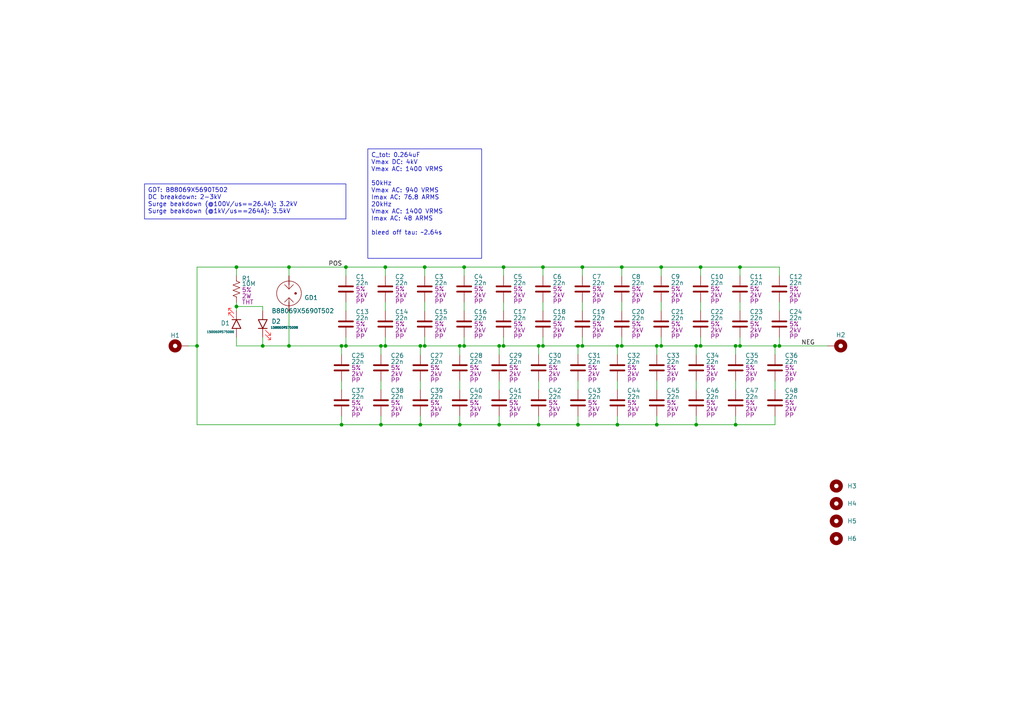
<source format=kicad_sch>
(kicad_sch (version 20250114) (generator "eeschema") (generator_version "9.0")
  (paper "A4")
  (text_box "C_tot: 0.264uF\nVmax DC: 4kV\nVmax AC: 1400 VRMS\n\n50kHz\nVmax AC: 940 VRMS\nImax AC: 76.8 ARMS\n20kHz\nVmax AC: 1400 VRMS\nImax AC: 48 ARMS\n\nbleed off tau: ~2.64s" (at 106.68 43.18 0) (size 33.02 31.75) (margins 0.9525 0.9525 0.9525 0.9525) (effects (font (size 1.27 1.27)) (justify left top)))
  (text_box "GDT: B88069X5690T502\nDC breakdown: 2-3kV\nSurge beakdown (@100V/us==26.4A): 3.2kV\nSurge beakdown (@1kV/us==264A): 3.5kV\n\n" (at 41.91 53.34 0) (size 58.42 10.16) (margins 0.9525 0.9525 0.9525 0.9525) (effects (font (size 1.27 1.27)) (justify left top)))
  (junction (at 100.33 100.33))
  (junction (at 83.82 100.33))
  (junction (at 214.63 100.33))
  (junction (at 144.78 123.19))
  (junction (at 123.19 100.33))
  (junction (at 180.34 100.33))
  (junction (at 68.58 88.9))
  (junction (at 156.21 100.33))
  (junction (at 179.07 100.33))
  (junction (at 213.36 100.33))
  (junction (at 57.15 100.33))
  (junction (at 156.21 123.19))
  (junction (at 157.48 77.47))
  (junction (at 110.49 100.33))
  (junction (at 100.33 77.47))
  (junction (at 144.78 100.33))
  (junction (at 134.62 100.33))
  (junction (at 191.77 100.33))
  (junction (at 99.06 123.19))
  (junction (at 157.48 100.33))
  (junction (at 203.2 77.47))
  (junction (at 111.76 77.47))
  (junction (at 224.79 100.33))
  (junction (at 226.06 100.33))
  (junction (at 190.5 123.19))
  (junction (at 213.36 123.19))
  (junction (at 201.93 123.19))
  (junction (at 146.05 77.47))
  (junction (at 167.64 123.19))
  (junction (at 168.91 100.33))
  (junction (at 83.82 77.47))
  (junction (at 180.34 77.47))
  (junction (at 133.35 100.33))
  (junction (at 214.63 77.47))
  (junction (at 76.2 100.33))
  (junction (at 201.93 100.33))
  (junction (at 167.64 100.33))
  (junction (at 121.92 123.19))
  (junction (at 146.05 100.33))
  (junction (at 133.35 123.19))
  (junction (at 134.62 77.47))
  (junction (at 110.49 123.19))
  (junction (at 190.5 100.33))
  (junction (at 99.06 100.33))
  (junction (at 179.07 123.19))
  (junction (at 68.58 77.47))
  (junction (at 123.19 77.47))
  (junction (at 121.92 100.33))
  (junction (at 168.91 77.47))
  (junction (at 203.2 100.33))
  (junction (at 191.77 77.47))
  (junction (at 111.76 100.33))
  (wire (pts (xy 156.21 123.19) (xy 167.64 123.19)))
  (wire (pts (xy 167.64 123.19) (xy 179.07 123.19)))
  (wire (pts (xy 226.06 100.33) (xy 240.03 100.33)))
  (wire (pts (xy 99.06 120.65) (xy 99.06 123.19)))
  (wire (pts (xy 68.58 88.9) (xy 68.58 90.17)))
  (wire (pts (xy 110.49 110.49) (xy 110.49 113.03)))
  (wire (pts (xy 180.34 87.63) (xy 180.34 90.17)))
  (wire (pts (xy 123.19 77.47) (xy 123.19 80.01)))
  (wire (pts (xy 156.21 100.33) (xy 157.48 100.33)))
  (wire (pts (xy 133.35 120.65) (xy 133.35 123.19)))
  (wire (pts (xy 201.93 120.65) (xy 201.93 123.19)))
  (wire (pts (xy 190.5 100.33) (xy 191.77 100.33)))
  (wire (pts (xy 214.63 87.63) (xy 214.63 90.17)))
  (wire (pts (xy 179.07 100.33) (xy 179.07 102.87)))
  (wire (pts (xy 180.34 97.79) (xy 180.34 100.33)))
  (wire (pts (xy 121.92 100.33) (xy 123.19 100.33)))
  (wire (pts (xy 201.93 100.33) (xy 203.2 100.33)))
  (wire (pts (xy 76.2 88.9) (xy 76.2 90.17)))
  (wire (pts (xy 213.36 120.65) (xy 213.36 123.19)))
  (wire (pts (xy 146.05 77.47) (xy 157.48 77.47)))
  (wire (pts (xy 226.06 80.01) (xy 226.06 77.47)))
  (wire (pts (xy 203.2 100.33) (xy 213.36 100.33)))
  (wire (pts (xy 168.91 97.79) (xy 168.91 100.33)))
  (wire (pts (xy 123.19 100.33) (xy 133.35 100.33)))
  (wire (pts (xy 111.76 97.79) (xy 111.76 100.33)))
  (wire (pts (xy 156.21 120.65) (xy 156.21 123.19)))
  (wire (pts (xy 180.34 77.47) (xy 180.34 80.01)))
  (wire (pts (xy 213.36 110.49) (xy 213.36 113.03)))
  (wire (pts (xy 179.07 110.49) (xy 179.07 113.03)))
  (wire (pts (xy 203.2 80.01) (xy 203.2 77.47)))
  (wire (pts (xy 157.48 87.63) (xy 157.48 90.17)))
  (wire (pts (xy 76.2 100.33) (xy 83.82 100.33)))
  (wire (pts (xy 68.58 97.79) (xy 68.58 100.33)))
  (wire (pts (xy 144.78 100.33) (xy 146.05 100.33)))
  (wire (pts (xy 180.34 77.47) (xy 191.77 77.47)))
  (wire (pts (xy 121.92 110.49) (xy 121.92 113.03)))
  (wire (pts (xy 224.79 100.33) (xy 226.06 100.33)))
  (wire (pts (xy 226.06 97.79) (xy 226.06 100.33)))
  (wire (pts (xy 167.64 100.33) (xy 168.91 100.33)))
  (wire (pts (xy 214.63 100.33) (xy 224.79 100.33)))
  (wire (pts (xy 121.92 120.65) (xy 121.92 123.19)))
  (wire (pts (xy 99.06 123.19) (xy 110.49 123.19)))
  (wire (pts (xy 100.33 100.33) (xy 110.49 100.33)))
  (wire (pts (xy 156.21 100.33) (xy 156.21 102.87)))
  (wire (pts (xy 68.58 100.33) (xy 76.2 100.33)))
  (wire (pts (xy 144.78 123.19) (xy 156.21 123.19)))
  (wire (pts (xy 144.78 120.65) (xy 144.78 123.19)))
  (wire (pts (xy 144.78 100.33) (xy 144.78 102.87)))
  (wire (pts (xy 110.49 100.33) (xy 110.49 102.87)))
  (wire (pts (xy 224.79 120.65) (xy 224.79 123.19)))
  (wire (pts (xy 146.05 100.33) (xy 156.21 100.33)))
  (wire (pts (xy 167.64 120.65) (xy 167.64 123.19)))
  (wire (pts (xy 167.64 110.49) (xy 167.64 113.03)))
  (wire (pts (xy 201.93 110.49) (xy 201.93 113.03)))
  (wire (pts (xy 123.19 97.79) (xy 123.19 100.33)))
  (wire (pts (xy 191.77 97.79) (xy 191.77 100.33)))
  (wire (pts (xy 168.91 100.33) (xy 179.07 100.33)))
  (wire (pts (xy 214.63 77.47) (xy 226.06 77.47)))
  (wire (pts (xy 168.91 77.47) (xy 168.91 80.01)))
  (wire (pts (xy 134.62 77.47) (xy 146.05 77.47)))
  (wire (pts (xy 191.77 77.47) (xy 203.2 77.47)))
  (wire (pts (xy 121.92 123.19) (xy 133.35 123.19)))
  (wire (pts (xy 99.06 110.49) (xy 99.06 113.03)))
  (wire (pts (xy 190.5 100.33) (xy 190.5 102.87)))
  (wire (pts (xy 133.35 110.49) (xy 133.35 113.03)))
  (wire (pts (xy 190.5 123.19) (xy 201.93 123.19)))
  (wire (pts (xy 201.93 123.19) (xy 213.36 123.19)))
  (wire (pts (xy 146.05 97.79) (xy 146.05 100.33)))
  (wire (pts (xy 83.82 77.47) (xy 100.33 77.47)))
  (wire (pts (xy 110.49 100.33) (xy 111.76 100.33)))
  (wire (pts (xy 111.76 77.47) (xy 123.19 77.47)))
  (wire (pts (xy 179.07 120.65) (xy 179.07 123.19)))
  (wire (pts (xy 157.48 77.47) (xy 168.91 77.47)))
  (wire (pts (xy 213.36 100.33) (xy 213.36 102.87)))
  (wire (pts (xy 146.05 77.47) (xy 146.05 80.01)))
  (wire (pts (xy 134.62 77.47) (xy 134.62 80.01)))
  (wire (pts (xy 157.48 77.47) (xy 157.48 80.01)))
  (wire (pts (xy 201.93 100.33) (xy 201.93 102.87)))
  (wire (pts (xy 180.34 100.33) (xy 190.5 100.33)))
  (wire (pts (xy 134.62 100.33) (xy 144.78 100.33)))
  (wire (pts (xy 214.63 77.47) (xy 214.63 80.01)))
  (wire (pts (xy 191.77 77.47) (xy 191.77 80.01)))
  (wire (pts (xy 83.82 100.33) (xy 99.06 100.33)))
  (wire (pts (xy 100.33 87.63) (xy 100.33 90.17)))
  (wire (pts (xy 203.2 77.47) (xy 214.63 77.47)))
  (wire (pts (xy 57.15 123.19) (xy 57.15 100.33)))
  (wire (pts (xy 100.33 97.79) (xy 100.33 100.33)))
  (wire (pts (xy 99.06 123.19) (xy 57.15 123.19)))
  (wire (pts (xy 226.06 87.63) (xy 226.06 90.17)))
  (wire (pts (xy 168.91 77.47) (xy 180.34 77.47)))
  (wire (pts (xy 146.05 87.63) (xy 146.05 90.17)))
  (wire (pts (xy 179.07 100.33) (xy 180.34 100.33)))
  (wire (pts (xy 110.49 123.19) (xy 121.92 123.19)))
  (wire (pts (xy 134.62 97.79) (xy 134.62 100.33)))
  (wire (pts (xy 76.2 97.79) (xy 76.2 100.33)))
  (wire (pts (xy 57.15 77.47) (xy 68.58 77.47)))
  (wire (pts (xy 190.5 120.65) (xy 190.5 123.19)))
  (wire (pts (xy 68.58 88.9) (xy 76.2 88.9)))
  (wire (pts (xy 83.82 77.47) (xy 83.82 80.01)))
  (wire (pts (xy 156.21 110.49) (xy 156.21 113.03)))
  (wire (pts (xy 144.78 110.49) (xy 144.78 113.03)))
  (wire (pts (xy 123.19 77.47) (xy 134.62 77.47)))
  (wire (pts (xy 99.06 100.33) (xy 99.06 102.87)))
  (wire (pts (xy 213.36 123.19) (xy 224.79 123.19)))
  (wire (pts (xy 133.35 100.33) (xy 134.62 100.33)))
  (wire (pts (xy 167.64 100.33) (xy 167.64 102.87)))
  (wire (pts (xy 100.33 77.47) (xy 100.33 80.01)))
  (wire (pts (xy 157.48 97.79) (xy 157.48 100.33)))
  (wire (pts (xy 203.2 87.63) (xy 203.2 90.17)))
  (wire (pts (xy 111.76 87.63) (xy 111.76 90.17)))
  (wire (pts (xy 134.62 87.63) (xy 134.62 90.17)))
  (wire (pts (xy 100.33 77.47) (xy 111.76 77.47)))
  (wire (pts (xy 110.49 120.65) (xy 110.49 123.19)))
  (wire (pts (xy 121.92 100.33) (xy 121.92 102.87)))
  (wire (pts (xy 123.19 87.63) (xy 123.19 90.17)))
  (wire (pts (xy 191.77 100.33) (xy 201.93 100.33)))
  (wire (pts (xy 111.76 100.33) (xy 121.92 100.33)))
  (wire (pts (xy 68.58 77.47) (xy 83.82 77.47)))
  (wire (pts (xy 57.15 100.33) (xy 57.15 77.47)))
  (wire (pts (xy 68.58 77.47) (xy 68.58 80.01)))
  (wire (pts (xy 179.07 123.19) (xy 190.5 123.19)))
  (wire (pts (xy 224.79 100.33) (xy 224.79 102.87)))
  (wire (pts (xy 83.82 90.17) (xy 83.82 100.33)))
  (wire (pts (xy 224.79 110.49) (xy 224.79 113.03)))
  (wire (pts (xy 68.58 87.63) (xy 68.58 88.9)))
  (wire (pts (xy 190.5 110.49) (xy 190.5 113.03)))
  (wire (pts (xy 203.2 97.79) (xy 203.2 100.33)))
  (wire (pts (xy 191.77 87.63) (xy 191.77 90.17)))
  (wire (pts (xy 214.63 97.79) (xy 214.63 100.33)))
  (wire (pts (xy 168.91 87.63) (xy 168.91 90.17)))
  (wire (pts (xy 133.35 123.19) (xy 144.78 123.19)))
  (wire (pts (xy 213.36 100.33) (xy 214.63 100.33)))
  (wire (pts (xy 99.06 100.33) (xy 100.33 100.33)))
  (wire (pts (xy 133.35 100.33) (xy 133.35 102.87)))
  (wire (pts (xy 54.61 100.33) (xy 57.15 100.33)))
  (wire (pts (xy 157.48 100.33) (xy 167.64 100.33)))
  (wire (pts (xy 111.76 77.47) (xy 111.76 80.01)))
  (label "POS" (at 95.25 77.47 0))
  (label "NEG" (at 232.41 100.33 0))
  (symbol (lib_id "peml_passives:R76UN22204040J") (at 156.21 106.68 0) (unit 1)
    (property "Reference" "C30" (at 159.004 103.124 0) (effects (justify left)))
    (property "Value" "22n" (at 159.004 104.902 0) (effects (justify left)))
    (property "Footprint" "peml:C_Rect_L26.5mm_W7.0mm_P22.50mm_R76" (effects (hide yes)))
    (property "Datasheet" "https://content.kemet.com/datasheets/KEM_F3034_R76.pdf" (effects (hide yes)))
    (property "Description" "CAP PP FILM 22nF 2kV 5%" (effects (hide yes)))
    (property "MFN" "KEMET" (effects (hide yes)))
    (property "MPN" "R76UN22204040J" (effects (hide yes)))
    (property "SPN" "399-12621-ND" (effects (hide yes)))
    (property "SPL" "https://www.digikey.com/en/products/detail/kemet/R76UN22204040J/5731112" (effects (hide yes)))
    (property "Tolerance" "5%" (at 159.004 106.68 0) (effects (justify left)))
    (property "Voltage" "2kV" (at 159.004 108.458 0) (effects (justify left)))
    (property "Dielectric" "PP" (at 159.004 110.236 0) (effects (justify left)))
  )
  (symbol (lib_id "peml_passives:R76UN22204040J") (at 224.79 116.84 0) (unit 1)
    (property "Reference" "C48" (at 227.584 113.284 0) (effects (justify left)))
    (property "Value" "22n" (at 227.584 115.062 0) (effects (justify left)))
    (property "Footprint" "peml:C_Rect_L26.5mm_W7.0mm_P22.50mm_R76" (effects (hide yes)))
    (property "Datasheet" "https://content.kemet.com/datasheets/KEM_F3034_R76.pdf" (effects (hide yes)))
    (property "Description" "CAP PP FILM 22nF 2kV 5%" (effects (hide yes)))
    (property "MFN" "KEMET" (effects (hide yes)))
    (property "MPN" "R76UN22204040J" (effects (hide yes)))
    (property "SPN" "399-12621-ND" (effects (hide yes)))
    (property "SPL" "https://www.digikey.com/en/products/detail/kemet/R76UN22204040J/5731112" (effects (hide yes)))
    (property "Tolerance" "5%" (at 227.584 116.84 0) (effects (justify left)))
    (property "Voltage" "2kV" (at 227.584 118.618 0) (effects (justify left)))
    (property "Dielectric" "PP" (at 227.584 120.396 0) (effects (justify left)))
  )
  (symbol (lib_id "peml_passives:R76UN22204040J") (at 123.19 83.82 0) (unit 1)
    (property "Reference" "C3" (at 125.984 80.264 0) (effects (justify left)))
    (property "Value" "22n" (at 125.984 82.042 0) (effects (justify left)))
    (property "Footprint" "peml:C_Rect_L26.5mm_W7.0mm_P22.50mm_R76" (effects (hide yes)))
    (property "Datasheet" "https://content.kemet.com/datasheets/KEM_F3034_R76.pdf" (effects (hide yes)))
    (property "Description" "CAP PP FILM 22nF 2kV 5%" (effects (hide yes)))
    (property "MFN" "KEMET" (effects (hide yes)))
    (property "MPN" "R76UN22204040J" (effects (hide yes)))
    (property "SPN" "399-12621-ND" (effects (hide yes)))
    (property "SPL" "https://www.digikey.com/en/products/detail/kemet/R76UN22204040J/5731112" (effects (hide yes)))
    (property "Tolerance" "5%" (at 125.984 83.82 0) (effects (justify left)))
    (property "Voltage" "2kV" (at 125.984 85.598 0) (effects (justify left)))
    (property "Dielectric" "PP" (at 125.984 87.376 0) (effects (justify left)))
  )
  (symbol (lib_id "peml_passives:ASRM2JA10M0") (at 68.58 83.82 0) (unit 1)
    (property "Reference" "R1" (at 70.104 80.772 0) (effects (justify left)))
    (property "Value" "10M" (at 70.104 82.296 0) (effects (justify left)))
    (property "Footprint" "peml:R_Axial_DIN0516_L15.5mm_D5.0mm_P20.32mm_Horizontal" (effects (hide yes)))
    (property "Datasheet" "https://www.seielect.com/catalog/SEI-ASR_ASRM.pdf" (effects (hide yes)))
    (property "Description" "RES 10M 2W THT 5% 1800ppm/C" (effects (hide yes)))
    (property "MFN" "Stackpole Electronics Inc" (effects (hide yes)))
    (property "MPN" "ASRM2JA10M0" (effects (hide yes)))
    (property "SPN" "738-ASRM2JA10M0CT-ND" (effects (hide yes)))
    (property "SPL" "https://www.digikey.com/en/products/detail/stackpole-electronics-inc/ASRM2JA10M0/22115598" (effects (hide yes)))
    (property "Tolerance" "5%" (at 70.104 84.074 0) (effects (justify left)))
    (property "Power" "2W" (at 70.104 85.852 0) (effects (justify left)))
    (property "Package" "THT" (at 70.104 87.63 0) (effects (justify left)))
    (property "TC" "350ppm/C" (effects (hide yes)))
  )
  (symbol (lib_id "peml_passives:R76UN22204040J") (at 190.5 106.68 0) (unit 1)
    (property "Reference" "C33" (at 193.294 103.124 0) (effects (justify left)))
    (property "Value" "22n" (at 193.294 104.902 0) (effects (justify left)))
    (property "Footprint" "peml:C_Rect_L26.5mm_W7.0mm_P22.50mm_R76" (effects (hide yes)))
    (property "Datasheet" "https://content.kemet.com/datasheets/KEM_F3034_R76.pdf" (effects (hide yes)))
    (property "Description" "CAP PP FILM 22nF 2kV 5%" (effects (hide yes)))
    (property "MFN" "KEMET" (effects (hide yes)))
    (property "MPN" "R76UN22204040J" (effects (hide yes)))
    (property "SPN" "399-12621-ND" (effects (hide yes)))
    (property "SPL" "https://www.digikey.com/en/products/detail/kemet/R76UN22204040J/5731112" (effects (hide yes)))
    (property "Tolerance" "5%" (at 193.294 106.68 0) (effects (justify left)))
    (property "Voltage" "2kV" (at 193.294 108.458 0) (effects (justify left)))
    (property "Dielectric" "PP" (at 193.294 110.236 0) (effects (justify left)))
  )
  (symbol (lib_id "peml_passives:R76UN22204040J") (at 110.49 116.84 0) (unit 1)
    (property "Reference" "C38" (at 113.284 113.284 0) (effects (justify left)))
    (property "Value" "22n" (at 113.284 115.062 0) (effects (justify left)))
    (property "Footprint" "peml:C_Rect_L26.5mm_W7.0mm_P22.50mm_R76" (effects (hide yes)))
    (property "Datasheet" "https://content.kemet.com/datasheets/KEM_F3034_R76.pdf" (effects (hide yes)))
    (property "Description" "CAP PP FILM 22nF 2kV 5%" (effects (hide yes)))
    (property "MFN" "KEMET" (effects (hide yes)))
    (property "MPN" "R76UN22204040J" (effects (hide yes)))
    (property "SPN" "399-12621-ND" (effects (hide yes)))
    (property "SPL" "https://www.digikey.com/en/products/detail/kemet/R76UN22204040J/5731112" (effects (hide yes)))
    (property "Tolerance" "5%" (at 113.284 116.84 0) (effects (justify left)))
    (property "Voltage" "2kV" (at 113.284 118.618 0) (effects (justify left)))
    (property "Dielectric" "PP" (at 113.284 120.396 0) (effects (justify left)))
  )
  (symbol (lib_id "peml:MountingHole_Pad") (at 52.07 100.33 90) (unit 1) (in_bom no)
    (property "Reference" "H1" (at 50.8 97.282 90))
    (property "Value" "MountingHole_Pad" (effects (hide yes)))
    (property "Footprint" "peml:Dual_M5_busbar_conn_24mm" (effects (hide yes)))
    (property "Description" "Mounting Hole with connection" (effects (hide yes)))
  )
  (symbol (lib_id "peml_passives:R76UN22204040J") (at 180.34 93.98 0) (unit 1)
    (property "Reference" "C20" (at 183.134 90.424 0) (effects (justify left)))
    (property "Value" "22n" (at 183.134 92.202 0) (effects (justify left)))
    (property "Footprint" "peml:C_Rect_L26.5mm_W7.0mm_P22.50mm_R76" (effects (hide yes)))
    (property "Datasheet" "https://content.kemet.com/datasheets/KEM_F3034_R76.pdf" (effects (hide yes)))
    (property "Description" "CAP PP FILM 22nF 2kV 5%" (effects (hide yes)))
    (property "MFN" "KEMET" (effects (hide yes)))
    (property "MPN" "R76UN22204040J" (effects (hide yes)))
    (property "SPN" "399-12621-ND" (effects (hide yes)))
    (property "SPL" "https://www.digikey.com/en/products/detail/kemet/R76UN22204040J/5731112" (effects (hide yes)))
    (property "Tolerance" "5%" (at 183.134 93.98 0) (effects (justify left)))
    (property "Voltage" "2kV" (at 183.134 95.758 0) (effects (justify left)))
    (property "Dielectric" "PP" (at 183.134 97.536 0) (effects (justify left)))
  )
  (symbol (lib_id "peml:MountingHole") (at 242.57 156.21 0) (unit 1) (in_bom no)
    (property "Reference" "H6" (at 245.745 156.21 0) (effects (justify left)))
    (property "Value" "MountingHole" (effects (hide yes)))
    (property "Footprint" "peml:MountingHole_4mm" (effects (hide yes)))
    (property "Description" "Mounting Hole without connection" (effects (hide yes)))
  )
  (symbol (lib_id "peml_passives:R76UN22204040J") (at 111.76 93.98 0) (unit 1)
    (property "Reference" "C14" (at 114.554 90.424 0) (effects (justify left)))
    (property "Value" "22n" (at 114.554 92.202 0) (effects (justify left)))
    (property "Footprint" "peml:C_Rect_L26.5mm_W7.0mm_P22.50mm_R76" (effects (hide yes)))
    (property "Datasheet" "https://content.kemet.com/datasheets/KEM_F3034_R76.pdf" (effects (hide yes)))
    (property "Description" "CAP PP FILM 22nF 2kV 5%" (effects (hide yes)))
    (property "MFN" "KEMET" (effects (hide yes)))
    (property "MPN" "R76UN22204040J" (effects (hide yes)))
    (property "SPN" "399-12621-ND" (effects (hide yes)))
    (property "SPL" "https://www.digikey.com/en/products/detail/kemet/R76UN22204040J/5731112" (effects (hide yes)))
    (property "Tolerance" "5%" (at 114.554 93.98 0) (effects (justify left)))
    (property "Voltage" "2kV" (at 114.554 95.758 0) (effects (justify left)))
    (property "Dielectric" "PP" (at 114.554 97.536 0) (effects (justify left)))
  )
  (symbol (lib_id "peml_passives:R76UN22204040J") (at 100.33 93.98 0) (unit 1)
    (property "Reference" "C13" (at 103.124 90.424 0) (effects (justify left)))
    (property "Value" "22n" (at 103.124 92.202 0) (effects (justify left)))
    (property "Footprint" "peml:C_Rect_L26.5mm_W7.0mm_P22.50mm_R76" (effects (hide yes)))
    (property "Datasheet" "https://content.kemet.com/datasheets/KEM_F3034_R76.pdf" (effects (hide yes)))
    (property "Description" "CAP PP FILM 22nF 2kV 5%" (effects (hide yes)))
    (property "MFN" "KEMET" (effects (hide yes)))
    (property "MPN" "R76UN22204040J" (effects (hide yes)))
    (property "SPN" "399-12621-ND" (effects (hide yes)))
    (property "SPL" "https://www.digikey.com/en/products/detail/kemet/R76UN22204040J/5731112" (effects (hide yes)))
    (property "Tolerance" "5%" (at 103.124 93.98 0) (effects (justify left)))
    (property "Voltage" "2kV" (at 103.124 95.758 0) (effects (justify left)))
    (property "Dielectric" "PP" (at 103.124 97.536 0) (effects (justify left)))
  )
  (symbol (lib_id "peml_passives:R76UN22204040J") (at 190.5 116.84 0) (unit 1)
    (property "Reference" "C45" (at 193.294 113.284 0) (effects (justify left)))
    (property "Value" "22n" (at 193.294 115.062 0) (effects (justify left)))
    (property "Footprint" "peml:C_Rect_L26.5mm_W7.0mm_P22.50mm_R76" (effects (hide yes)))
    (property "Datasheet" "https://content.kemet.com/datasheets/KEM_F3034_R76.pdf" (effects (hide yes)))
    (property "Description" "CAP PP FILM 22nF 2kV 5%" (effects (hide yes)))
    (property "MFN" "KEMET" (effects (hide yes)))
    (property "MPN" "R76UN22204040J" (effects (hide yes)))
    (property "SPN" "399-12621-ND" (effects (hide yes)))
    (property "SPL" "https://www.digikey.com/en/products/detail/kemet/R76UN22204040J/5731112" (effects (hide yes)))
    (property "Tolerance" "5%" (at 193.294 116.84 0) (effects (justify left)))
    (property "Voltage" "2kV" (at 193.294 118.618 0) (effects (justify left)))
    (property "Dielectric" "PP" (at 193.294 120.396 0) (effects (justify left)))
  )
  (symbol (lib_id "peml_passives:R76UN22204040J") (at 191.77 83.82 0) (unit 1)
    (property "Reference" "C9" (at 194.564 80.264 0) (effects (justify left)))
    (property "Value" "22n" (at 194.564 82.042 0) (effects (justify left)))
    (property "Footprint" "peml:C_Rect_L26.5mm_W7.0mm_P22.50mm_R76" (effects (hide yes)))
    (property "Datasheet" "https://content.kemet.com/datasheets/KEM_F3034_R76.pdf" (effects (hide yes)))
    (property "Description" "CAP PP FILM 22nF 2kV 5%" (effects (hide yes)))
    (property "MFN" "KEMET" (effects (hide yes)))
    (property "MPN" "R76UN22204040J" (effects (hide yes)))
    (property "SPN" "399-12621-ND" (effects (hide yes)))
    (property "SPL" "https://www.digikey.com/en/products/detail/kemet/R76UN22204040J/5731112" (effects (hide yes)))
    (property "Tolerance" "5%" (at 194.564 83.82 0) (effects (justify left)))
    (property "Voltage" "2kV" (at 194.564 85.598 0) (effects (justify left)))
    (property "Dielectric" "PP" (at 194.564 87.376 0) (effects (justify left)))
  )
  (symbol (lib_id "peml_passives:R76UN22204040J") (at 133.35 106.68 0) (unit 1)
    (property "Reference" "C28" (at 136.144 103.124 0) (effects (justify left)))
    (property "Value" "22n" (at 136.144 104.902 0) (effects (justify left)))
    (property "Footprint" "peml:C_Rect_L26.5mm_W7.0mm_P22.50mm_R76" (effects (hide yes)))
    (property "Datasheet" "https://content.kemet.com/datasheets/KEM_F3034_R76.pdf" (effects (hide yes)))
    (property "Description" "CAP PP FILM 22nF 2kV 5%" (effects (hide yes)))
    (property "MFN" "KEMET" (effects (hide yes)))
    (property "MPN" "R76UN22204040J" (effects (hide yes)))
    (property "SPN" "399-12621-ND" (effects (hide yes)))
    (property "SPL" "https://www.digikey.com/en/products/detail/kemet/R76UN22204040J/5731112" (effects (hide yes)))
    (property "Tolerance" "5%" (at 136.144 106.68 0) (effects (justify left)))
    (property "Voltage" "2kV" (at 136.144 108.458 0) (effects (justify left)))
    (property "Dielectric" "PP" (at 136.144 110.236 0) (effects (justify left)))
  )
  (symbol (lib_id "peml_passives:R76UN22204040J") (at 146.05 83.82 0) (unit 1)
    (property "Reference" "C5" (at 148.844 80.264 0) (effects (justify left)))
    (property "Value" "22n" (at 148.844 82.042 0) (effects (justify left)))
    (property "Footprint" "peml:C_Rect_L26.5mm_W7.0mm_P22.50mm_R76" (effects (hide yes)))
    (property "Datasheet" "https://content.kemet.com/datasheets/KEM_F3034_R76.pdf" (effects (hide yes)))
    (property "Description" "CAP PP FILM 22nF 2kV 5%" (effects (hide yes)))
    (property "MFN" "KEMET" (effects (hide yes)))
    (property "MPN" "R76UN22204040J" (effects (hide yes)))
    (property "SPN" "399-12621-ND" (effects (hide yes)))
    (property "SPL" "https://www.digikey.com/en/products/detail/kemet/R76UN22204040J/5731112" (effects (hide yes)))
    (property "Tolerance" "5%" (at 148.844 83.82 0) (effects (justify left)))
    (property "Voltage" "2kV" (at 148.844 85.598 0) (effects (justify left)))
    (property "Dielectric" "PP" (at 148.844 87.376 0) (effects (justify left)))
  )
  (symbol (lib_id "peml_passives:R76UN22204040J") (at 144.78 106.68 0) (unit 1)
    (property "Reference" "C29" (at 147.574 103.124 0) (effects (justify left)))
    (property "Value" "22n" (at 147.574 104.902 0) (effects (justify left)))
    (property "Footprint" "peml:C_Rect_L26.5mm_W7.0mm_P22.50mm_R76" (effects (hide yes)))
    (property "Datasheet" "https://content.kemet.com/datasheets/KEM_F3034_R76.pdf" (effects (hide yes)))
    (property "Description" "CAP PP FILM 22nF 2kV 5%" (effects (hide yes)))
    (property "MFN" "KEMET" (effects (hide yes)))
    (property "MPN" "R76UN22204040J" (effects (hide yes)))
    (property "SPN" "399-12621-ND" (effects (hide yes)))
    (property "SPL" "https://www.digikey.com/en/products/detail/kemet/R76UN22204040J/5731112" (effects (hide yes)))
    (property "Tolerance" "5%" (at 147.574 106.68 0) (effects (justify left)))
    (property "Voltage" "2kV" (at 147.574 108.458 0) (effects (justify left)))
    (property "Dielectric" "PP" (at 147.574 110.236 0) (effects (justify left)))
  )
  (symbol (lib_id "peml:MountingHole") (at 242.57 146.05 0) (unit 1) (in_bom no)
    (property "Reference" "H4" (at 245.745 146.05 0) (effects (justify left)))
    (property "Value" "MountingHole" (effects (hide yes)))
    (property "Footprint" "peml:MountingHole_4mm" (effects (hide yes)))
    (property "Description" "Mounting Hole without connection" (effects (hide yes)))
  )
  (symbol (lib_id "peml_passives:R76UN22204040J") (at 180.34 83.82 0) (unit 1)
    (property "Reference" "C8" (at 183.134 80.264 0) (effects (justify left)))
    (property "Value" "22n" (at 183.134 82.042 0) (effects (justify left)))
    (property "Footprint" "peml:C_Rect_L26.5mm_W7.0mm_P22.50mm_R76" (effects (hide yes)))
    (property "Datasheet" "https://content.kemet.com/datasheets/KEM_F3034_R76.pdf" (effects (hide yes)))
    (property "Description" "CAP PP FILM 22nF 2kV 5%" (effects (hide yes)))
    (property "MFN" "KEMET" (effects (hide yes)))
    (property "MPN" "R76UN22204040J" (effects (hide yes)))
    (property "SPN" "399-12621-ND" (effects (hide yes)))
    (property "SPL" "https://www.digikey.com/en/products/detail/kemet/R76UN22204040J/5731112" (effects (hide yes)))
    (property "Tolerance" "5%" (at 183.134 83.82 0) (effects (justify left)))
    (property "Voltage" "2kV" (at 183.134 85.598 0) (effects (justify left)))
    (property "Dielectric" "PP" (at 183.134 87.376 0) (effects (justify left)))
  )
  (symbol (lib_id "peml_passives:R76UN22204040J") (at 121.92 106.68 0) (unit 1)
    (property "Reference" "C27" (at 124.714 103.124 0) (effects (justify left)))
    (property "Value" "22n" (at 124.714 104.902 0) (effects (justify left)))
    (property "Footprint" "peml:C_Rect_L26.5mm_W7.0mm_P22.50mm_R76" (effects (hide yes)))
    (property "Datasheet" "https://content.kemet.com/datasheets/KEM_F3034_R76.pdf" (effects (hide yes)))
    (property "Description" "CAP PP FILM 22nF 2kV 5%" (effects (hide yes)))
    (property "MFN" "KEMET" (effects (hide yes)))
    (property "MPN" "R76UN22204040J" (effects (hide yes)))
    (property "SPN" "399-12621-ND" (effects (hide yes)))
    (property "SPL" "https://www.digikey.com/en/products/detail/kemet/R76UN22204040J/5731112" (effects (hide yes)))
    (property "Tolerance" "5%" (at 124.714 106.68 0) (effects (justify left)))
    (property "Voltage" "2kV" (at 124.714 108.458 0) (effects (justify left)))
    (property "Dielectric" "PP" (at 124.714 110.236 0) (effects (justify left)))
  )
  (symbol (lib_id "peml:150060RS75000") (at 76.2 93.98 90) (unit 1)
    (property "Reference" "D2" (at 78.74 93.218 90) (effects (justify right)))
    (property "Value" "150060RS75000" (at 78.486 94.996 90) (effects (font (size 0.635 0.635)) (justify right)))
    (property "Footprint" "peml:LED_0603_1608Metric" (effects (hide yes)))
    (property "Datasheet" "https://www.we-online.com/components/products/datasheet/150060RS75000.pdf" (effects (hide yes)))
    (property "Description" "Red 625nm LED Indication - Discrete 2V 0603 (1608 Metric)" (effects (hide yes)))
    (property "MFN" "Wurth Elektronik " (effects (hide yes)))
    (property "MPN" "150060RS75000 " (effects (hide yes)))
    (property "SPN" "732-4978-1-ND " (effects (hide yes)))
    (property "SPL" "https://www.digikey.com/en/products/detail/w%C3%BCrth-elektronik/150060RS75000/4489901 " (effects (hide yes)))
    (property "Package" "0603 " (effects (hide yes)))
    (property "JLCPCB" "C3030991" (effects (hide yes)))
  )
  (symbol (lib_id "peml_passives:R76UN22204040J") (at 157.48 93.98 0) (unit 1)
    (property "Reference" "C18" (at 160.274 90.424 0) (effects (justify left)))
    (property "Value" "22n" (at 160.274 92.202 0) (effects (justify left)))
    (property "Footprint" "peml:C_Rect_L26.5mm_W7.0mm_P22.50mm_R76" (effects (hide yes)))
    (property "Datasheet" "https://content.kemet.com/datasheets/KEM_F3034_R76.pdf" (effects (hide yes)))
    (property "Description" "CAP PP FILM 22nF 2kV 5%" (effects (hide yes)))
    (property "MFN" "KEMET" (effects (hide yes)))
    (property "MPN" "R76UN22204040J" (effects (hide yes)))
    (property "SPN" "399-12621-ND" (effects (hide yes)))
    (property "SPL" "https://www.digikey.com/en/products/detail/kemet/R76UN22204040J/5731112" (effects (hide yes)))
    (property "Tolerance" "5%" (at 160.274 93.98 0) (effects (justify left)))
    (property "Voltage" "2kV" (at 160.274 95.758 0) (effects (justify left)))
    (property "Dielectric" "PP" (at 160.274 97.536 0) (effects (justify left)))
  )
  (symbol (lib_id "peml_passives:R76UN22204040J") (at 203.2 83.82 0) (unit 1)
    (property "Reference" "C10" (at 205.994 80.264 0) (effects (justify left)))
    (property "Value" "22n" (at 205.994 82.042 0) (effects (justify left)))
    (property "Footprint" "peml:C_Rect_L26.5mm_W7.0mm_P22.50mm_R76" (effects (hide yes)))
    (property "Datasheet" "https://content.kemet.com/datasheets/KEM_F3034_R76.pdf" (effects (hide yes)))
    (property "Description" "CAP PP FILM 22nF 2kV 5%" (effects (hide yes)))
    (property "MFN" "KEMET" (effects (hide yes)))
    (property "MPN" "R76UN22204040J" (effects (hide yes)))
    (property "SPN" "399-12621-ND" (effects (hide yes)))
    (property "SPL" "https://www.digikey.com/en/products/detail/kemet/R76UN22204040J/5731112" (effects (hide yes)))
    (property "Tolerance" "5%" (at 205.994 83.82 0) (effects (justify left)))
    (property "Voltage" "2kV" (at 205.994 85.598 0) (effects (justify left)))
    (property "Dielectric" "PP" (at 205.994 87.376 0) (effects (justify left)))
  )
  (symbol (lib_id "peml_passives:R76UN22204040J") (at 111.76 83.82 0) (unit 1)
    (property "Reference" "C2" (at 114.554 80.264 0) (effects (justify left)))
    (property "Value" "22n" (at 114.554 82.042 0) (effects (justify left)))
    (property "Footprint" "peml:C_Rect_L26.5mm_W7.0mm_P22.50mm_R76" (effects (hide yes)))
    (property "Datasheet" "https://content.kemet.com/datasheets/KEM_F3034_R76.pdf" (effects (hide yes)))
    (property "Description" "CAP PP FILM 22nF 2kV 5%" (effects (hide yes)))
    (property "MFN" "KEMET" (effects (hide yes)))
    (property "MPN" "R76UN22204040J" (effects (hide yes)))
    (property "SPN" "399-12621-ND" (effects (hide yes)))
    (property "SPL" "https://www.digikey.com/en/products/detail/kemet/R76UN22204040J/5731112" (effects (hide yes)))
    (property "Tolerance" "5%" (at 114.554 83.82 0) (effects (justify left)))
    (property "Voltage" "2kV" (at 114.554 85.598 0) (effects (justify left)))
    (property "Dielectric" "PP" (at 114.554 87.376 0) (effects (justify left)))
  )
  (symbol (lib_id "peml_passives:R76UN22204040J") (at 191.77 93.98 0) (unit 1)
    (property "Reference" "C21" (at 194.564 90.424 0) (effects (justify left)))
    (property "Value" "22n" (at 194.564 92.202 0) (effects (justify left)))
    (property "Footprint" "peml:C_Rect_L26.5mm_W7.0mm_P22.50mm_R76" (effects (hide yes)))
    (property "Datasheet" "https://content.kemet.com/datasheets/KEM_F3034_R76.pdf" (effects (hide yes)))
    (property "Description" "CAP PP FILM 22nF 2kV 5%" (effects (hide yes)))
    (property "MFN" "KEMET" (effects (hide yes)))
    (property "MPN" "R76UN22204040J" (effects (hide yes)))
    (property "SPN" "399-12621-ND" (effects (hide yes)))
    (property "SPL" "https://www.digikey.com/en/products/detail/kemet/R76UN22204040J/5731112" (effects (hide yes)))
    (property "Tolerance" "5%" (at 194.564 93.98 0) (effects (justify left)))
    (property "Voltage" "2kV" (at 194.564 95.758 0) (effects (justify left)))
    (property "Dielectric" "PP" (at 194.564 97.536 0) (effects (justify left)))
  )
  (symbol (lib_id "peml_passives:R76UN22204040J") (at 99.06 116.84 0) (unit 1)
    (property "Reference" "C37" (at 101.854 113.284 0) (effects (justify left)))
    (property "Value" "22n" (at 101.854 115.062 0) (effects (justify left)))
    (property "Footprint" "peml:C_Rect_L26.5mm_W7.0mm_P22.50mm_R76" (effects (hide yes)))
    (property "Datasheet" "https://content.kemet.com/datasheets/KEM_F3034_R76.pdf" (effects (hide yes)))
    (property "Description" "CAP PP FILM 22nF 2kV 5%" (effects (hide yes)))
    (property "MFN" "KEMET" (effects (hide yes)))
    (property "MPN" "R76UN22204040J" (effects (hide yes)))
    (property "SPN" "399-12621-ND" (effects (hide yes)))
    (property "SPL" "https://www.digikey.com/en/products/detail/kemet/R76UN22204040J/5731112" (effects (hide yes)))
    (property "Tolerance" "5%" (at 101.854 116.84 0) (effects (justify left)))
    (property "Voltage" "2kV" (at 101.854 118.618 0) (effects (justify left)))
    (property "Dielectric" "PP" (at 101.854 120.396 0) (effects (justify left)))
  )
  (symbol (lib_id "peml:150060RS75000") (at 68.58 93.98 270) (unit 1)
    (property "Reference" "D1" (at 64.008 93.726 90) (effects (justify left)))
    (property "Value" "150060RS75000" (at 59.944 96.266 90) (effects (font (size 0.635 0.635)) (justify left)))
    (property "Footprint" "peml:LED_0603_1608Metric" (effects (hide yes)))
    (property "Datasheet" "https://www.we-online.com/components/products/datasheet/150060RS75000.pdf" (effects (hide yes)))
    (property "Description" "Red 625nm LED Indication - Discrete 2V 0603 (1608 Metric)" (effects (hide yes)))
    (property "MFN" "Wurth Elektronik " (effects (hide yes)))
    (property "MPN" "150060RS75000 " (effects (hide yes)))
    (property "SPN" "732-4978-1-ND " (effects (hide yes)))
    (property "SPL" "https://www.digikey.com/en/products/detail/w%C3%BCrth-elektronik/150060RS75000/4489901 " (effects (hide yes)))
    (property "Package" "0603 " (effects (hide yes)))
    (property "JLCPCB" "C3030991" (effects (hide yes)))
  )
  (symbol (lib_id "peml_passives:R76UN22204040J") (at 179.07 116.84 0) (unit 1)
    (property "Reference" "C44" (at 181.864 113.284 0) (effects (justify left)))
    (property "Value" "22n" (at 181.864 115.062 0) (effects (justify left)))
    (property "Footprint" "peml:C_Rect_L26.5mm_W7.0mm_P22.50mm_R76" (effects (hide yes)))
    (property "Datasheet" "https://content.kemet.com/datasheets/KEM_F3034_R76.pdf" (effects (hide yes)))
    (property "Description" "CAP PP FILM 22nF 2kV 5%" (effects (hide yes)))
    (property "MFN" "KEMET" (effects (hide yes)))
    (property "MPN" "R76UN22204040J" (effects (hide yes)))
    (property "SPN" "399-12621-ND" (effects (hide yes)))
    (property "SPL" "https://www.digikey.com/en/products/detail/kemet/R76UN22204040J/5731112" (effects (hide yes)))
    (property "Tolerance" "5%" (at 181.864 116.84 0) (effects (justify left)))
    (property "Voltage" "2kV" (at 181.864 118.618 0) (effects (justify left)))
    (property "Dielectric" "PP" (at 181.864 120.396 0) (effects (justify left)))
  )
  (symbol (lib_id "peml_passives:R76UN22204040J") (at 156.21 116.84 0) (unit 1)
    (property "Reference" "C42" (at 159.004 113.284 0) (effects (justify left)))
    (property "Value" "22n" (at 159.004 115.062 0) (effects (justify left)))
    (property "Footprint" "peml:C_Rect_L26.5mm_W7.0mm_P22.50mm_R76" (effects (hide yes)))
    (property "Datasheet" "https://content.kemet.com/datasheets/KEM_F3034_R76.pdf" (effects (hide yes)))
    (property "Description" "CAP PP FILM 22nF 2kV 5%" (effects (hide yes)))
    (property "MFN" "KEMET" (effects (hide yes)))
    (property "MPN" "R76UN22204040J" (effects (hide yes)))
    (property "SPN" "399-12621-ND" (effects (hide yes)))
    (property "SPL" "https://www.digikey.com/en/products/detail/kemet/R76UN22204040J/5731112" (effects (hide yes)))
    (property "Tolerance" "5%" (at 159.004 116.84 0) (effects (justify left)))
    (property "Voltage" "2kV" (at 159.004 118.618 0) (effects (justify left)))
    (property "Dielectric" "PP" (at 159.004 120.396 0) (effects (justify left)))
  )
  (symbol (lib_id "peml_passives:R76UN22204040J") (at 121.92 116.84 0) (unit 1)
    (property "Reference" "C39" (at 124.714 113.284 0) (effects (justify left)))
    (property "Value" "22n" (at 124.714 115.062 0) (effects (justify left)))
    (property "Footprint" "peml:C_Rect_L26.5mm_W7.0mm_P22.50mm_R76" (effects (hide yes)))
    (property "Datasheet" "https://content.kemet.com/datasheets/KEM_F3034_R76.pdf" (effects (hide yes)))
    (property "Description" "CAP PP FILM 22nF 2kV 5%" (effects (hide yes)))
    (property "MFN" "KEMET" (effects (hide yes)))
    (property "MPN" "R76UN22204040J" (effects (hide yes)))
    (property "SPN" "399-12621-ND" (effects (hide yes)))
    (property "SPL" "https://www.digikey.com/en/products/detail/kemet/R76UN22204040J/5731112" (effects (hide yes)))
    (property "Tolerance" "5%" (at 124.714 116.84 0) (effects (justify left)))
    (property "Voltage" "2kV" (at 124.714 118.618 0) (effects (justify left)))
    (property "Dielectric" "PP" (at 124.714 120.396 0) (effects (justify left)))
  )
  (symbol (lib_id "peml_passives:R76UN22204040J") (at 168.91 83.82 0) (unit 1)
    (property "Reference" "C7" (at 171.704 80.264 0) (effects (justify left)))
    (property "Value" "22n" (at 171.704 82.042 0) (effects (justify left)))
    (property "Footprint" "peml:C_Rect_L26.5mm_W7.0mm_P22.50mm_R76" (effects (hide yes)))
    (property "Datasheet" "https://content.kemet.com/datasheets/KEM_F3034_R76.pdf" (effects (hide yes)))
    (property "Description" "CAP PP FILM 22nF 2kV 5%" (effects (hide yes)))
    (property "MFN" "KEMET" (effects (hide yes)))
    (property "MPN" "R76UN22204040J" (effects (hide yes)))
    (property "SPN" "399-12621-ND" (effects (hide yes)))
    (property "SPL" "https://www.digikey.com/en/products/detail/kemet/R76UN22204040J/5731112" (effects (hide yes)))
    (property "Tolerance" "5%" (at 171.704 83.82 0) (effects (justify left)))
    (property "Voltage" "2kV" (at 171.704 85.598 0) (effects (justify left)))
    (property "Dielectric" "PP" (at 171.704 87.376 0) (effects (justify left)))
  )
  (symbol (lib_id "peml_passives:R76UN22204040J") (at 100.33 83.82 0) (unit 1)
    (property "Reference" "C1" (at 103.124 80.264 0) (effects (justify left)))
    (property "Value" "22n" (at 103.124 82.042 0) (effects (justify left)))
    (property "Footprint" "peml:C_Rect_L26.5mm_W7.0mm_P22.50mm_R76" (effects (hide yes)))
    (property "Datasheet" "https://content.kemet.com/datasheets/KEM_F3034_R76.pdf" (effects (hide yes)))
    (property "Description" "CAP PP FILM 22nF 2kV 5%" (effects (hide yes)))
    (property "MFN" "KEMET" (effects (hide yes)))
    (property "MPN" "R76UN22204040J" (effects (hide yes)))
    (property "SPN" "399-12621-ND" (effects (hide yes)))
    (property "SPL" "https://www.digikey.com/en/products/detail/kemet/R76UN22204040J/5731112" (effects (hide yes)))
    (property "Tolerance" "5%" (at 103.124 83.82 0) (effects (justify left)))
    (property "Voltage" "2kV" (at 103.124 85.598 0) (effects (justify left)))
    (property "Dielectric" "PP" (at 103.124 87.376 0) (effects (justify left)))
  )
  (symbol (lib_id "peml_passives:R76UN22204040J") (at 203.2 93.98 0) (unit 1)
    (property "Reference" "C22" (at 205.994 90.424 0) (effects (justify left)))
    (property "Value" "22n" (at 205.994 92.202 0) (effects (justify left)))
    (property "Footprint" "peml:C_Rect_L26.5mm_W7.0mm_P22.50mm_R76" (effects (hide yes)))
    (property "Datasheet" "https://content.kemet.com/datasheets/KEM_F3034_R76.pdf" (effects (hide yes)))
    (property "Description" "CAP PP FILM 22nF 2kV 5%" (effects (hide yes)))
    (property "MFN" "KEMET" (effects (hide yes)))
    (property "MPN" "R76UN22204040J" (effects (hide yes)))
    (property "SPN" "399-12621-ND" (effects (hide yes)))
    (property "SPL" "https://www.digikey.com/en/products/detail/kemet/R76UN22204040J/5731112" (effects (hide yes)))
    (property "Tolerance" "5%" (at 205.994 93.98 0) (effects (justify left)))
    (property "Voltage" "2kV" (at 205.994 95.758 0) (effects (justify left)))
    (property "Dielectric" "PP" (at 205.994 97.536 0) (effects (justify left)))
  )
  (symbol (lib_id "peml:B88069X5690T502") (at 83.82 85.09 0) (unit 1)
    (property "Reference" "GD1" (at 88.265 86.36 0) (effects (justify left)))
    (property "Value" "B88069X5690T502" (at 78.74 90.17 0) (effects (justify left)))
    (property "Footprint" "peml:B88069X5690T502" (effects (hide yes)))
    (property "Datasheet" "https://www.tdk-electronics.tdk.com/inf/100/ds/EF2500X-X5690xxxx.pdf" (effects (hide yes)))
    (property "Description" "Gas Discharge Tube 2500 V 2500A (2.5kA) ±20% 2 Pole Through Hole" (effects (hide yes)))
  )
  (symbol (lib_id "peml_passives:R76UN22204040J") (at 133.35 116.84 0) (unit 1)
    (property "Reference" "C40" (at 136.144 113.284 0) (effects (justify left)))
    (property "Value" "22n" (at 136.144 115.062 0) (effects (justify left)))
    (property "Footprint" "peml:C_Rect_L26.5mm_W7.0mm_P22.50mm_R76" (effects (hide yes)))
    (property "Datasheet" "https://content.kemet.com/datasheets/KEM_F3034_R76.pdf" (effects (hide yes)))
    (property "Description" "CAP PP FILM 22nF 2kV 5%" (effects (hide yes)))
    (property "MFN" "KEMET" (effects (hide yes)))
    (property "MPN" "R76UN22204040J" (effects (hide yes)))
    (property "SPN" "399-12621-ND" (effects (hide yes)))
    (property "SPL" "https://www.digikey.com/en/products/detail/kemet/R76UN22204040J/5731112" (effects (hide yes)))
    (property "Tolerance" "5%" (at 136.144 116.84 0) (effects (justify left)))
    (property "Voltage" "2kV" (at 136.144 118.618 0) (effects (justify left)))
    (property "Dielectric" "PP" (at 136.144 120.396 0) (effects (justify left)))
  )
  (symbol (lib_id "peml:MountingHole") (at 242.57 140.97 0) (unit 1) (in_bom no)
    (property "Reference" "H3" (at 245.745 140.97 0) (effects (justify left)))
    (property "Value" "MountingHole" (effects (hide yes)))
    (property "Footprint" "peml:MountingHole_4mm" (effects (hide yes)))
    (property "Description" "Mounting Hole without connection" (effects (hide yes)))
  )
  (symbol (lib_id "peml_passives:R76UN22204040J") (at 167.64 116.84 0) (unit 1)
    (property "Reference" "C43" (at 170.434 113.284 0) (effects (justify left)))
    (property "Value" "22n" (at 170.434 115.062 0) (effects (justify left)))
    (property "Footprint" "peml:C_Rect_L26.5mm_W7.0mm_P22.50mm_R76" (effects (hide yes)))
    (property "Datasheet" "https://content.kemet.com/datasheets/KEM_F3034_R76.pdf" (effects (hide yes)))
    (property "Description" "CAP PP FILM 22nF 2kV 5%" (effects (hide yes)))
    (property "MFN" "KEMET" (effects (hide yes)))
    (property "MPN" "R76UN22204040J" (effects (hide yes)))
    (property "SPN" "399-12621-ND" (effects (hide yes)))
    (property "SPL" "https://www.digikey.com/en/products/detail/kemet/R76UN22204040J/5731112" (effects (hide yes)))
    (property "Tolerance" "5%" (at 170.434 116.84 0) (effects (justify left)))
    (property "Voltage" "2kV" (at 170.434 118.618 0) (effects (justify left)))
    (property "Dielectric" "PP" (at 170.434 120.396 0) (effects (justify left)))
  )
  (symbol (lib_id "peml_passives:R76UN22204040J") (at 168.91 93.98 0) (unit 1)
    (property "Reference" "C19" (at 171.704 90.424 0) (effects (justify left)))
    (property "Value" "22n" (at 171.704 92.202 0) (effects (justify left)))
    (property "Footprint" "peml:C_Rect_L26.5mm_W7.0mm_P22.50mm_R76" (effects (hide yes)))
    (property "Datasheet" "https://content.kemet.com/datasheets/KEM_F3034_R76.pdf" (effects (hide yes)))
    (property "Description" "CAP PP FILM 22nF 2kV 5%" (effects (hide yes)))
    (property "MFN" "KEMET" (effects (hide yes)))
    (property "MPN" "R76UN22204040J" (effects (hide yes)))
    (property "SPN" "399-12621-ND" (effects (hide yes)))
    (property "SPL" "https://www.digikey.com/en/products/detail/kemet/R76UN22204040J/5731112" (effects (hide yes)))
    (property "Tolerance" "5%" (at 171.704 93.98 0) (effects (justify left)))
    (property "Voltage" "2kV" (at 171.704 95.758 0) (effects (justify left)))
    (property "Dielectric" "PP" (at 171.704 97.536 0) (effects (justify left)))
  )
  (symbol (lib_id "peml:MountingHole_Pad") (at 242.57 100.33 270) (unit 1) (in_bom no)
    (property "Reference" "H2" (at 243.84 97.155 90))
    (property "Value" "MountingHole_Pad" (effects (hide yes)))
    (property "Footprint" "peml:Dual_M5_busbar_conn_24mm" (effects (hide yes)))
    (property "Description" "Mounting Hole with connection" (effects (hide yes)))
  )
  (symbol (lib_id "peml_passives:R76UN22204040J") (at 134.62 93.98 0) (unit 1)
    (property "Reference" "C16" (at 137.414 90.424 0) (effects (justify left)))
    (property "Value" "22n" (at 137.414 92.202 0) (effects (justify left)))
    (property "Footprint" "peml:C_Rect_L26.5mm_W7.0mm_P22.50mm_R76" (effects (hide yes)))
    (property "Datasheet" "https://content.kemet.com/datasheets/KEM_F3034_R76.pdf" (effects (hide yes)))
    (property "Description" "CAP PP FILM 22nF 2kV 5%" (effects (hide yes)))
    (property "MFN" "KEMET" (effects (hide yes)))
    (property "MPN" "R76UN22204040J" (effects (hide yes)))
    (property "SPN" "399-12621-ND" (effects (hide yes)))
    (property "SPL" "https://www.digikey.com/en/products/detail/kemet/R76UN22204040J/5731112" (effects (hide yes)))
    (property "Tolerance" "5%" (at 137.414 93.98 0) (effects (justify left)))
    (property "Voltage" "2kV" (at 137.414 95.758 0) (effects (justify left)))
    (property "Dielectric" "PP" (at 137.414 97.536 0) (effects (justify left)))
  )
  (symbol (lib_id "peml_passives:R76UN22204040J") (at 123.19 93.98 0) (unit 1)
    (property "Reference" "C15" (at 125.984 90.424 0) (effects (justify left)))
    (property "Value" "22n" (at 125.984 92.202 0) (effects (justify left)))
    (property "Footprint" "peml:C_Rect_L26.5mm_W7.0mm_P22.50mm_R76" (effects (hide yes)))
    (property "Datasheet" "https://content.kemet.com/datasheets/KEM_F3034_R76.pdf" (effects (hide yes)))
    (property "Description" "CAP PP FILM 22nF 2kV 5%" (effects (hide yes)))
    (property "MFN" "KEMET" (effects (hide yes)))
    (property "MPN" "R76UN22204040J" (effects (hide yes)))
    (property "SPN" "399-12621-ND" (effects (hide yes)))
    (property "SPL" "https://www.digikey.com/en/products/detail/kemet/R76UN22204040J/5731112" (effects (hide yes)))
    (property "Tolerance" "5%" (at 125.984 93.98 0) (effects (justify left)))
    (property "Voltage" "2kV" (at 125.984 95.758 0) (effects (justify left)))
    (property "Dielectric" "PP" (at 125.984 97.536 0) (effects (justify left)))
  )
  (symbol (lib_id "peml_passives:R76UN22204040J") (at 224.79 106.68 0) (unit 1)
    (property "Reference" "C36" (at 227.584 103.124 0) (effects (justify left)))
    (property "Value" "22n" (at 227.584 104.902 0) (effects (justify left)))
    (property "Footprint" "peml:C_Rect_L26.5mm_W7.0mm_P22.50mm_R76" (effects (hide yes)))
    (property "Datasheet" "https://content.kemet.com/datasheets/KEM_F3034_R76.pdf" (effects (hide yes)))
    (property "Description" "CAP PP FILM 22nF 2kV 5%" (effects (hide yes)))
    (property "MFN" "KEMET" (effects (hide yes)))
    (property "MPN" "R76UN22204040J" (effects (hide yes)))
    (property "SPN" "399-12621-ND" (effects (hide yes)))
    (property "SPL" "https://www.digikey.com/en/products/detail/kemet/R76UN22204040J/5731112" (effects (hide yes)))
    (property "Tolerance" "5%" (at 227.584 106.68 0) (effects (justify left)))
    (property "Voltage" "2kV" (at 227.584 108.458 0) (effects (justify left)))
    (property "Dielectric" "PP" (at 227.584 110.236 0) (effects (justify left)))
  )
  (symbol (lib_id "peml_passives:R76UN22204040J") (at 179.07 106.68 0) (unit 1)
    (property "Reference" "C32" (at 181.864 103.124 0) (effects (justify left)))
    (property "Value" "22n" (at 181.864 104.902 0) (effects (justify left)))
    (property "Footprint" "peml:C_Rect_L26.5mm_W7.0mm_P22.50mm_R76" (effects (hide yes)))
    (property "Datasheet" "https://content.kemet.com/datasheets/KEM_F3034_R76.pdf" (effects (hide yes)))
    (property "Description" "CAP PP FILM 22nF 2kV 5%" (effects (hide yes)))
    (property "MFN" "KEMET" (effects (hide yes)))
    (property "MPN" "R76UN22204040J" (effects (hide yes)))
    (property "SPN" "399-12621-ND" (effects (hide yes)))
    (property "SPL" "https://www.digikey.com/en/products/detail/kemet/R76UN22204040J/5731112" (effects (hide yes)))
    (property "Tolerance" "5%" (at 181.864 106.68 0) (effects (justify left)))
    (property "Voltage" "2kV" (at 181.864 108.458 0) (effects (justify left)))
    (property "Dielectric" "PP" (at 181.864 110.236 0) (effects (justify left)))
  )
  (symbol (lib_id "peml_passives:R76UN22204040J") (at 110.49 106.68 0) (unit 1)
    (property "Reference" "C26" (at 113.284 103.124 0) (effects (justify left)))
    (property "Value" "22n" (at 113.284 104.902 0) (effects (justify left)))
    (property "Footprint" "peml:C_Rect_L26.5mm_W7.0mm_P22.50mm_R76" (effects (hide yes)))
    (property "Datasheet" "https://content.kemet.com/datasheets/KEM_F3034_R76.pdf" (effects (hide yes)))
    (property "Description" "CAP PP FILM 22nF 2kV 5%" (effects (hide yes)))
    (property "MFN" "KEMET" (effects (hide yes)))
    (property "MPN" "R76UN22204040J" (effects (hide yes)))
    (property "SPN" "399-12621-ND" (effects (hide yes)))
    (property "SPL" "https://www.digikey.com/en/products/detail/kemet/R76UN22204040J/5731112" (effects (hide yes)))
    (property "Tolerance" "5%" (at 113.284 106.68 0) (effects (justify left)))
    (property "Voltage" "2kV" (at 113.284 108.458 0) (effects (justify left)))
    (property "Dielectric" "PP" (at 113.284 110.236 0) (effects (justify left)))
  )
  (symbol (lib_id "peml_passives:R76UN22204040J") (at 226.06 83.82 0) (unit 1)
    (property "Reference" "C12" (at 228.854 80.264 0) (effects (justify left)))
    (property "Value" "22n" (at 228.854 82.042 0) (effects (justify left)))
    (property "Footprint" "peml:C_Rect_L26.5mm_W7.0mm_P22.50mm_R76" (effects (hide yes)))
    (property "Datasheet" "https://content.kemet.com/datasheets/KEM_F3034_R76.pdf" (effects (hide yes)))
    (property "Description" "CAP PP FILM 22nF 2kV 5%" (effects (hide yes)))
    (property "MFN" "KEMET" (effects (hide yes)))
    (property "MPN" "R76UN22204040J" (effects (hide yes)))
    (property "SPN" "399-12621-ND" (effects (hide yes)))
    (property "SPL" "https://www.digikey.com/en/products/detail/kemet/R76UN22204040J/5731112" (effects (hide yes)))
    (property "Tolerance" "5%" (at 228.854 83.82 0) (effects (justify left)))
    (property "Voltage" "2kV" (at 228.854 85.598 0) (effects (justify left)))
    (property "Dielectric" "PP" (at 228.854 87.376 0) (effects (justify left)))
  )
  (symbol (lib_id "peml_passives:R76UN22204040J") (at 99.06 106.68 0) (unit 1)
    (property "Reference" "C25" (at 101.854 103.124 0) (effects (justify left)))
    (property "Value" "22n" (at 101.854 104.902 0) (effects (justify left)))
    (property "Footprint" "peml:C_Rect_L26.5mm_W7.0mm_P22.50mm_R76" (effects (hide yes)))
    (property "Datasheet" "https://content.kemet.com/datasheets/KEM_F3034_R76.pdf" (effects (hide yes)))
    (property "Description" "CAP PP FILM 22nF 2kV 5%" (effects (hide yes)))
    (property "MFN" "KEMET" (effects (hide yes)))
    (property "MPN" "R76UN22204040J" (effects (hide yes)))
    (property "SPN" "399-12621-ND" (effects (hide yes)))
    (property "SPL" "https://www.digikey.com/en/products/detail/kemet/R76UN22204040J/5731112" (effects (hide yes)))
    (property "Tolerance" "5%" (at 101.854 106.68 0) (effects (justify left)))
    (property "Voltage" "2kV" (at 101.854 108.458 0) (effects (justify left)))
    (property "Dielectric" "PP" (at 101.854 110.236 0) (effects (justify left)))
  )
  (symbol (lib_id "peml_passives:R76UN22204040J") (at 157.48 83.82 0) (unit 1)
    (property "Reference" "C6" (at 160.274 80.264 0) (effects (justify left)))
    (property "Value" "22n" (at 160.274 82.042 0) (effects (justify left)))
    (property "Footprint" "peml:C_Rect_L26.5mm_W7.0mm_P22.50mm_R76" (effects (hide yes)))
    (property "Datasheet" "https://content.kemet.com/datasheets/KEM_F3034_R76.pdf" (effects (hide yes)))
    (property "Description" "CAP PP FILM 22nF 2kV 5%" (effects (hide yes)))
    (property "MFN" "KEMET" (effects (hide yes)))
    (property "MPN" "R76UN22204040J" (effects (hide yes)))
    (property "SPN" "399-12621-ND" (effects (hide yes)))
    (property "SPL" "https://www.digikey.com/en/products/detail/kemet/R76UN22204040J/5731112" (effects (hide yes)))
    (property "Tolerance" "5%" (at 160.274 83.82 0) (effects (justify left)))
    (property "Voltage" "2kV" (at 160.274 85.598 0) (effects (justify left)))
    (property "Dielectric" "PP" (at 160.274 87.376 0) (effects (justify left)))
  )
  (symbol (lib_id "peml_passives:R76UN22204040J") (at 213.36 106.68 0) (unit 1)
    (property "Reference" "C35" (at 216.154 103.124 0) (effects (justify left)))
    (property "Value" "22n" (at 216.154 104.902 0) (effects (justify left)))
    (property "Footprint" "peml:C_Rect_L26.5mm_W7.0mm_P22.50mm_R76" (effects (hide yes)))
    (property "Datasheet" "https://content.kemet.com/datasheets/KEM_F3034_R76.pdf" (effects (hide yes)))
    (property "Description" "CAP PP FILM 22nF 2kV 5%" (effects (hide yes)))
    (property "MFN" "KEMET" (effects (hide yes)))
    (property "MPN" "R76UN22204040J" (effects (hide yes)))
    (property "SPN" "399-12621-ND" (effects (hide yes)))
    (property "SPL" "https://www.digikey.com/en/products/detail/kemet/R76UN22204040J/5731112" (effects (hide yes)))
    (property "Tolerance" "5%" (at 216.154 106.68 0) (effects (justify left)))
    (property "Voltage" "2kV" (at 216.154 108.458 0) (effects (justify left)))
    (property "Dielectric" "PP" (at 216.154 110.236 0) (effects (justify left)))
  )
  (symbol (lib_id "peml:MountingHole") (at 242.57 151.13 0) (unit 1) (in_bom no)
    (property "Reference" "H5" (at 245.745 151.13 0) (effects (justify left)))
    (property "Value" "MountingHole" (effects (hide yes)))
    (property "Footprint" "peml:MountingHole_4mm" (effects (hide yes)))
    (property "Description" "Mounting Hole without connection" (effects (hide yes)))
  )
  (symbol (lib_id "peml_passives:R76UN22204040J") (at 214.63 93.98 0) (unit 1)
    (property "Reference" "C23" (at 217.424 90.424 0) (effects (justify left)))
    (property "Value" "22n" (at 217.424 92.202 0) (effects (justify left)))
    (property "Footprint" "peml:C_Rect_L26.5mm_W7.0mm_P22.50mm_R76" (effects (hide yes)))
    (property "Datasheet" "https://content.kemet.com/datasheets/KEM_F3034_R76.pdf" (effects (hide yes)))
    (property "Description" "CAP PP FILM 22nF 2kV 5%" (effects (hide yes)))
    (property "MFN" "KEMET" (effects (hide yes)))
    (property "MPN" "R76UN22204040J" (effects (hide yes)))
    (property "SPN" "399-12621-ND" (effects (hide yes)))
    (property "SPL" "https://www.digikey.com/en/products/detail/kemet/R76UN22204040J/5731112" (effects (hide yes)))
    (property "Tolerance" "5%" (at 217.424 93.98 0) (effects (justify left)))
    (property "Voltage" "2kV" (at 217.424 95.758 0) (effects (justify left)))
    (property "Dielectric" "PP" (at 217.424 97.536 0) (effects (justify left)))
  )
  (symbol (lib_id "peml_passives:R76UN22204040J") (at 213.36 116.84 0) (unit 1)
    (property "Reference" "C47" (at 216.154 113.284 0) (effects (justify left)))
    (property "Value" "22n" (at 216.154 115.062 0) (effects (justify left)))
    (property "Footprint" "peml:C_Rect_L26.5mm_W7.0mm_P22.50mm_R76" (effects (hide yes)))
    (property "Datasheet" "https://content.kemet.com/datasheets/KEM_F3034_R76.pdf" (effects (hide yes)))
    (property "Description" "CAP PP FILM 22nF 2kV 5%" (effects (hide yes)))
    (property "MFN" "KEMET" (effects (hide yes)))
    (property "MPN" "R76UN22204040J" (effects (hide yes)))
    (property "SPN" "399-12621-ND" (effects (hide yes)))
    (property "SPL" "https://www.digikey.com/en/products/detail/kemet/R76UN22204040J/5731112" (effects (hide yes)))
    (property "Tolerance" "5%" (at 216.154 116.84 0) (effects (justify left)))
    (property "Voltage" "2kV" (at 216.154 118.618 0) (effects (justify left)))
    (property "Dielectric" "PP" (at 216.154 120.396 0) (effects (justify left)))
  )
  (symbol (lib_id "peml_passives:R76UN22204040J") (at 226.06 93.98 0) (unit 1)
    (property "Reference" "C24" (at 228.854 90.424 0) (effects (justify left)))
    (property "Value" "22n" (at 228.854 92.202 0) (effects (justify left)))
    (property "Footprint" "peml:C_Rect_L26.5mm_W7.0mm_P22.50mm_R76" (effects (hide yes)))
    (property "Datasheet" "https://content.kemet.com/datasheets/KEM_F3034_R76.pdf" (effects (hide yes)))
    (property "Description" "CAP PP FILM 22nF 2kV 5%" (effects (hide yes)))
    (property "MFN" "KEMET" (effects (hide yes)))
    (property "MPN" "R76UN22204040J" (effects (hide yes)))
    (property "SPN" "399-12621-ND" (effects (hide yes)))
    (property "SPL" "https://www.digikey.com/en/products/detail/kemet/R76UN22204040J/5731112" (effects (hide yes)))
    (property "Tolerance" "5%" (at 228.854 93.98 0) (effects (justify left)))
    (property "Voltage" "2kV" (at 228.854 95.758 0) (effects (justify left)))
    (property "Dielectric" "PP" (at 228.854 97.536 0) (effects (justify left)))
  )
  (symbol (lib_id "peml_passives:R76UN22204040J") (at 214.63 83.82 0) (unit 1)
    (property "Reference" "C11" (at 217.424 80.264 0) (effects (justify left)))
    (property "Value" "22n" (at 217.424 82.042 0) (effects (justify left)))
    (property "Footprint" "peml:C_Rect_L26.5mm_W7.0mm_P22.50mm_R76" (effects (hide yes)))
    (property "Datasheet" "https://content.kemet.com/datasheets/KEM_F3034_R76.pdf" (effects (hide yes)))
    (property "Description" "CAP PP FILM 22nF 2kV 5%" (effects (hide yes)))
    (property "MFN" "KEMET" (effects (hide yes)))
    (property "MPN" "R76UN22204040J" (effects (hide yes)))
    (property "SPN" "399-12621-ND" (effects (hide yes)))
    (property "SPL" "https://www.digikey.com/en/products/detail/kemet/R76UN22204040J/5731112" (effects (hide yes)))
    (property "Tolerance" "5%" (at 217.424 83.82 0) (effects (justify left)))
    (property "Voltage" "2kV" (at 217.424 85.598 0) (effects (justify left)))
    (property "Dielectric" "PP" (at 217.424 87.376 0) (effects (justify left)))
  )
  (symbol (lib_id "peml_passives:R76UN22204040J") (at 201.93 116.84 0) (unit 1)
    (property "Reference" "C46" (at 204.724 113.284 0) (effects (justify left)))
    (property "Value" "22n" (at 204.724 115.062 0) (effects (justify left)))
    (property "Footprint" "peml:C_Rect_L26.5mm_W7.0mm_P22.50mm_R76" (effects (hide yes)))
    (property "Datasheet" "https://content.kemet.com/datasheets/KEM_F3034_R76.pdf" (effects (hide yes)))
    (property "Description" "CAP PP FILM 22nF 2kV 5%" (effects (hide yes)))
    (property "MFN" "KEMET" (effects (hide yes)))
    (property "MPN" "R76UN22204040J" (effects (hide yes)))
    (property "SPN" "399-12621-ND" (effects (hide yes)))
    (property "SPL" "https://www.digikey.com/en/products/detail/kemet/R76UN22204040J/5731112" (effects (hide yes)))
    (property "Tolerance" "5%" (at 204.724 116.84 0) (effects (justify left)))
    (property "Voltage" "2kV" (at 204.724 118.618 0) (effects (justify left)))
    (property "Dielectric" "PP" (at 204.724 120.396 0) (effects (justify left)))
  )
  (symbol (lib_id "peml_passives:R76UN22204040J") (at 201.93 106.68 0) (unit 1)
    (property "Reference" "C34" (at 204.724 103.124 0) (effects (justify left)))
    (property "Value" "22n" (at 204.724 104.902 0) (effects (justify left)))
    (property "Footprint" "peml:C_Rect_L26.5mm_W7.0mm_P22.50mm_R76" (effects (hide yes)))
    (property "Datasheet" "https://content.kemet.com/datasheets/KEM_F3034_R76.pdf" (effects (hide yes)))
    (property "Description" "CAP PP FILM 22nF 2kV 5%" (effects (hide yes)))
    (property "MFN" "KEMET" (effects (hide yes)))
    (property "MPN" "R76UN22204040J" (effects (hide yes)))
    (property "SPN" "399-12621-ND" (effects (hide yes)))
    (property "SPL" "https://www.digikey.com/en/products/detail/kemet/R76UN22204040J/5731112" (effects (hide yes)))
    (property "Tolerance" "5%" (at 204.724 106.68 0) (effects (justify left)))
    (property "Voltage" "2kV" (at 204.724 108.458 0) (effects (justify left)))
    (property "Dielectric" "PP" (at 204.724 110.236 0) (effects (justify left)))
  )
  (symbol (lib_id "peml_passives:R76UN22204040J") (at 146.05 93.98 0) (unit 1)
    (property "Reference" "C17" (at 148.844 90.424 0) (effects (justify left)))
    (property "Value" "22n" (at 148.844 92.202 0) (effects (justify left)))
    (property "Footprint" "peml:C_Rect_L26.5mm_W7.0mm_P22.50mm_R76" (effects (hide yes)))
    (property "Datasheet" "https://content.kemet.com/datasheets/KEM_F3034_R76.pdf" (effects (hide yes)))
    (property "Description" "CAP PP FILM 22nF 2kV 5%" (effects (hide yes)))
    (property "MFN" "KEMET" (effects (hide yes)))
    (property "MPN" "R76UN22204040J" (effects (hide yes)))
    (property "SPN" "399-12621-ND" (effects (hide yes)))
    (property "SPL" "https://www.digikey.com/en/products/detail/kemet/R76UN22204040J/5731112" (effects (hide yes)))
    (property "Tolerance" "5%" (at 148.844 93.98 0) (effects (justify left)))
    (property "Voltage" "2kV" (at 148.844 95.758 0) (effects (justify left)))
    (property "Dielectric" "PP" (at 148.844 97.536 0) (effects (justify left)))
  )
  (symbol (lib_id "peml_passives:R76UN22204040J") (at 134.62 83.82 0) (unit 1)
    (property "Reference" "C4" (at 137.414 80.264 0) (effects (justify left)))
    (property "Value" "22n" (at 137.414 82.042 0) (effects (justify left)))
    (property "Footprint" "peml:C_Rect_L26.5mm_W7.0mm_P22.50mm_R76" (effects (hide yes)))
    (property "Datasheet" "https://content.kemet.com/datasheets/KEM_F3034_R76.pdf" (effects (hide yes)))
    (property "Description" "CAP PP FILM 22nF 2kV 5%" (effects (hide yes)))
    (property "MFN" "KEMET" (effects (hide yes)))
    (property "MPN" "R76UN22204040J" (effects (hide yes)))
    (property "SPN" "399-12621-ND" (effects (hide yes)))
    (property "SPL" "https://www.digikey.com/en/products/detail/kemet/R76UN22204040J/5731112" (effects (hide yes)))
    (property "Tolerance" "5%" (at 137.414 83.82 0) (effects (justify left)))
    (property "Voltage" "2kV" (at 137.414 85.598 0) (effects (justify left)))
    (property "Dielectric" "PP" (at 137.414 87.376 0) (effects (justify left)))
  )
  (symbol (lib_id "peml_passives:R76UN22204040J") (at 144.78 116.84 0) (unit 1)
    (property "Reference" "C41" (at 147.574 113.284 0) (effects (justify left)))
    (property "Value" "22n" (at 147.574 115.062 0) (effects (justify left)))
    (property "Footprint" "peml:C_Rect_L26.5mm_W7.0mm_P22.50mm_R76" (effects (hide yes)))
    (property "Datasheet" "https://content.kemet.com/datasheets/KEM_F3034_R76.pdf" (effects (hide yes)))
    (property "Description" "CAP PP FILM 22nF 2kV 5%" (effects (hide yes)))
    (property "MFN" "KEMET" (effects (hide yes)))
    (property "MPN" "R76UN22204040J" (effects (hide yes)))
    (property "SPN" "399-12621-ND" (effects (hide yes)))
    (property "SPL" "https://www.digikey.com/en/products/detail/kemet/R76UN22204040J/5731112" (effects (hide yes)))
    (property "Tolerance" "5%" (at 147.574 116.84 0) (effects (justify left)))
    (property "Voltage" "2kV" (at 147.574 118.618 0) (effects (justify left)))
    (property "Dielectric" "PP" (at 147.574 120.396 0) (effects (justify left)))
  )
  (symbol (lib_id "peml_passives:R76UN22204040J") (at 167.64 106.68 0) (unit 1)
    (property "Reference" "C31" (at 170.434 103.124 0) (effects (justify left)))
    (property "Value" "22n" (at 170.434 104.902 0) (effects (justify left)))
    (property "Footprint" "peml:C_Rect_L26.5mm_W7.0mm_P22.50mm_R76" (effects (hide yes)))
    (property "Datasheet" "https://content.kemet.com/datasheets/KEM_F3034_R76.pdf" (effects (hide yes)))
    (property "Description" "CAP PP FILM 22nF 2kV 5%" (effects (hide yes)))
    (property "MFN" "KEMET" (effects (hide yes)))
    (property "MPN" "R76UN22204040J" (effects (hide yes)))
    (property "SPN" "399-12621-ND" (effects (hide yes)))
    (property "SPL" "https://www.digikey.com/en/products/detail/kemet/R76UN22204040J/5731112" (effects (hide yes)))
    (property "Tolerance" "5%" (at 170.434 106.68 0) (effects (justify left)))
    (property "Voltage" "2kV" (at 170.434 108.458 0) (effects (justify left)))
    (property "Dielectric" "PP" (at 170.434 110.236 0) (effects (justify left)))
  )
)
</source>
